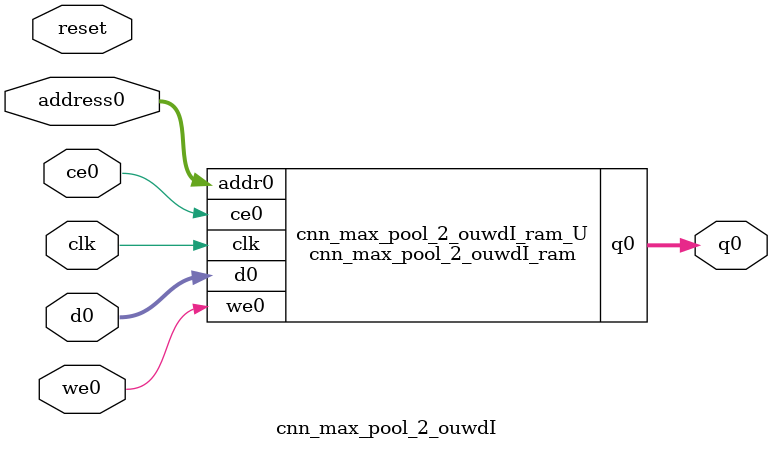
<source format=v>
`timescale 1 ns / 1 ps
module cnn_max_pool_2_ouwdI_ram (addr0, ce0, d0, we0, q0,  clk);

parameter DWIDTH = 14;
parameter AWIDTH = 9;
parameter MEM_SIZE = 400;

input[AWIDTH-1:0] addr0;
input ce0;
input[DWIDTH-1:0] d0;
input we0;
output reg[DWIDTH-1:0] q0;
input clk;

(* ram_style = "block" *)reg [DWIDTH-1:0] ram[0:MEM_SIZE-1];




always @(posedge clk)  
begin 
    if (ce0) 
    begin
        if (we0) 
        begin 
            ram[addr0] <= d0; 
        end 
        q0 <= ram[addr0];
    end
end


endmodule

`timescale 1 ns / 1 ps
module cnn_max_pool_2_ouwdI(
    reset,
    clk,
    address0,
    ce0,
    we0,
    d0,
    q0);

parameter DataWidth = 32'd14;
parameter AddressRange = 32'd400;
parameter AddressWidth = 32'd9;
input reset;
input clk;
input[AddressWidth - 1:0] address0;
input ce0;
input we0;
input[DataWidth - 1:0] d0;
output[DataWidth - 1:0] q0;



cnn_max_pool_2_ouwdI_ram cnn_max_pool_2_ouwdI_ram_U(
    .clk( clk ),
    .addr0( address0 ),
    .ce0( ce0 ),
    .we0( we0 ),
    .d0( d0 ),
    .q0( q0 ));

endmodule


</source>
